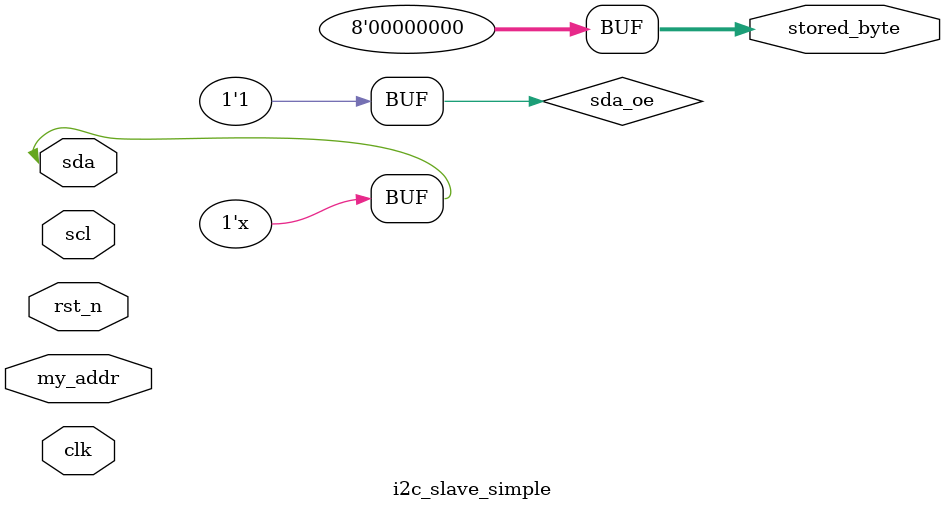
<source format=v>

`timescale 1ns/1ps
module i2c_slave_simple(
    input wire clk,
    input wire rst_n,
    input wire scl,
    inout wire sda,
    input wire [6:0] my_addr,
    output reg [7:0] stored_byte
);
    // For simplicity the slave watches start/address on SDA/SCL and responds.
    // Implementing a full slave is long; this is a minimal behavioral model suitable for testbench.

    reg sda_oe;
    assign sda = (sda_oe) ? 1'bz : 1'b0;

    // VERY simple behavior: when address matched and write occurs, slave ACKs and captures
    // the following byte into stored_byte. This is purely for demonstration in the testbench.

    initial begin
        stored_byte = 8'h00;
        sda_oe = 1'b1; // release
    end

endmodule


</source>
